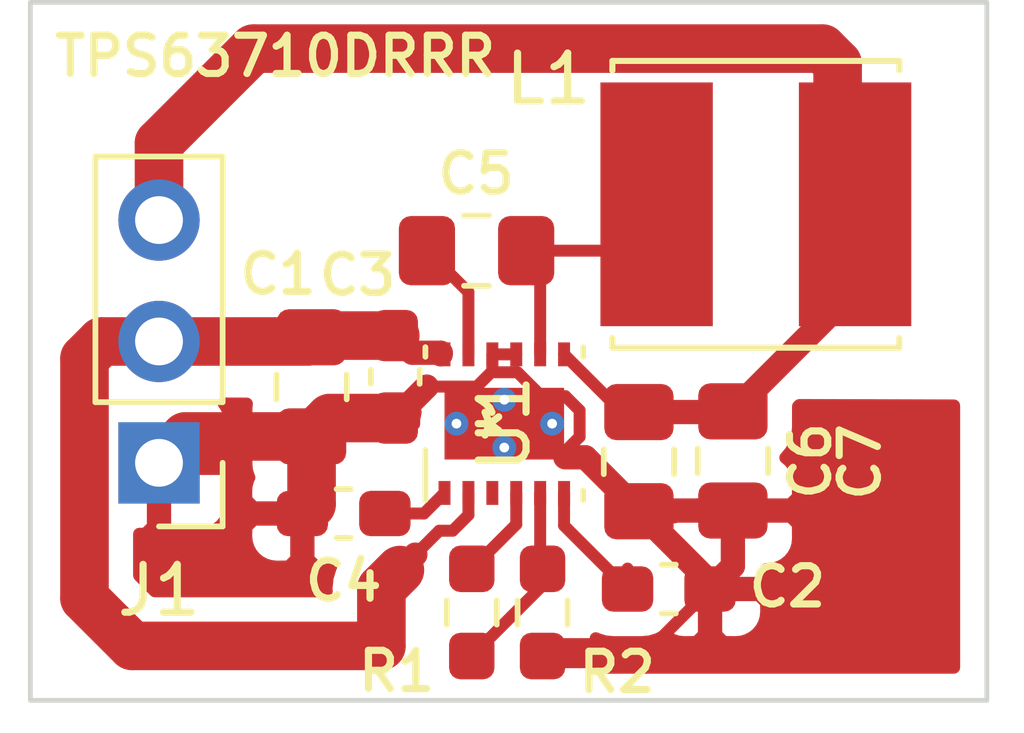
<source format=kicad_pcb>
(kicad_pcb (version 20171130) (host pcbnew "(5.1.6-0-10_14)")

  (general
    (thickness 1.6)
    (drawings 4)
    (tracks 83)
    (zones 0)
    (modules 12)
    (nets 11)
  )

  (page A4)
  (layers
    (0 F.Cu signal)
    (31 B.Cu signal)
    (32 B.Adhes user)
    (33 F.Adhes user)
    (34 B.Paste user)
    (35 F.Paste user)
    (36 B.SilkS user)
    (37 F.SilkS user)
    (38 B.Mask user)
    (39 F.Mask user)
    (40 Dwgs.User user)
    (41 Cmts.User user)
    (42 Eco1.User user)
    (43 Eco2.User user)
    (44 Edge.Cuts user)
    (45 Margin user)
    (46 B.CrtYd user)
    (47 F.CrtYd user)
    (48 B.Fab user)
    (49 F.Fab user hide)
  )

  (setup
    (last_trace_width 0.508)
    (user_trace_width 0.508)
    (user_trace_width 1.016)
    (trace_clearance 0.2)
    (zone_clearance 0.508)
    (zone_45_only no)
    (trace_min 0.2)
    (via_size 0.8)
    (via_drill 0.4)
    (via_min_size 0.4)
    (via_min_drill 0.3)
    (uvia_size 0.3)
    (uvia_drill 0.1)
    (uvias_allowed no)
    (uvia_min_size 0.2)
    (uvia_min_drill 0.1)
    (edge_width 0.1)
    (segment_width 0.2)
    (pcb_text_width 0.3)
    (pcb_text_size 1.5 1.5)
    (mod_edge_width 0.15)
    (mod_text_size 1 1)
    (mod_text_width 0.15)
    (pad_size 0.499999 0.499999)
    (pad_drill 0.2032)
    (pad_to_mask_clearance 0)
    (aux_axis_origin 0 0)
    (grid_origin 0.5 0.5)
    (visible_elements FFFFFF7F)
    (pcbplotparams
      (layerselection 0x010fc_ffffffff)
      (usegerberextensions true)
      (usegerberattributes false)
      (usegerberadvancedattributes true)
      (creategerberjobfile false)
      (excludeedgelayer true)
      (linewidth 0.100000)
      (plotframeref false)
      (viasonmask false)
      (mode 1)
      (useauxorigin false)
      (hpglpennumber 1)
      (hpglpenspeed 20)
      (hpglpendiameter 15.000000)
      (psnegative false)
      (psa4output false)
      (plotreference true)
      (plotvalue true)
      (plotinvisibletext false)
      (padsonsilk false)
      (subtractmaskfromsilk false)
      (outputformat 1)
      (mirror false)
      (drillshape 0)
      (scaleselection 1)
      (outputdirectory ""))
  )

  (net 0 "")
  (net 1 GND)
  (net 2 3V3)
  (net 3 "Net-(C2-Pad1)")
  (net 4 "Net-(C4-Pad1)")
  (net 5 "Net-(C5-Pad1)")
  (net 6 "Net-(C5-Pad2)")
  (net 7 -1V)
  (net 8 "Net-(R1-Pad1)")
  (net 9 "Net-(R1-Pad2)")
  (net 10 "Net-(U1-Pad3)")

  (net_class Default "This is the default net class."
    (clearance 0.2)
    (trace_width 0.25)
    (via_dia 0.8)
    (via_drill 0.4)
    (uvia_dia 0.3)
    (uvia_drill 0.1)
    (add_net -1V)
    (add_net 3V3)
    (add_net GND)
    (add_net "Net-(C2-Pad1)")
    (add_net "Net-(C4-Pad1)")
    (add_net "Net-(C5-Pad1)")
    (add_net "Net-(C5-Pad2)")
    (add_net "Net-(R1-Pad1)")
    (add_net "Net-(R1-Pad2)")
    (add_net "Net-(U1-Pad3)")
  )

  (module Capacitor_SMD:C_0805_2012Metric_Pad1.18x1.45mm_HandSolder (layer F.Cu) (tedit 5F68FEEF) (tstamp 61270667)
    (at 146.08 108.24 270)
    (descr "Capacitor SMD 0805 (2012 Metric), square (rectangular) end terminal, IPC_7351 nominal with elongated pad for handsoldering. (Body size source: IPC-SM-782 page 76, https://www.pcb-3d.com/wordpress/wp-content/uploads/ipc-sm-782a_amendment_1_and_2.pdf, https://docs.google.com/spreadsheets/d/1BsfQQcO9C6DZCsRaXUlFlo91Tg2WpOkGARC1WS5S8t0/edit?usp=sharing), generated with kicad-footprint-generator")
    (tags "capacitor handsolder")
    (path /6128C135)
    (attr smd)
    (fp_text reference C1 (at -2.36 0.7) (layer F.SilkS)
      (effects (font (size 0.8 0.8) (thickness 0.15)))
    )
    (fp_text value 22uF (at 0 1.68 90) (layer F.Fab)
      (effects (font (size 1 1) (thickness 0.15)))
    )
    (fp_line (start 1.88 0.98) (end -1.88 0.98) (layer F.CrtYd) (width 0.05))
    (fp_line (start 1.88 -0.98) (end 1.88 0.98) (layer F.CrtYd) (width 0.05))
    (fp_line (start -1.88 -0.98) (end 1.88 -0.98) (layer F.CrtYd) (width 0.05))
    (fp_line (start -1.88 0.98) (end -1.88 -0.98) (layer F.CrtYd) (width 0.05))
    (fp_line (start -0.261252 0.735) (end 0.261252 0.735) (layer F.SilkS) (width 0.12))
    (fp_line (start -0.261252 -0.735) (end 0.261252 -0.735) (layer F.SilkS) (width 0.12))
    (fp_line (start 1 0.625) (end -1 0.625) (layer F.Fab) (width 0.1))
    (fp_line (start 1 -0.625) (end 1 0.625) (layer F.Fab) (width 0.1))
    (fp_line (start -1 -0.625) (end 1 -0.625) (layer F.Fab) (width 0.1))
    (fp_line (start -1 0.625) (end -1 -0.625) (layer F.Fab) (width 0.1))
    (fp_text user %R (at 0 0 90) (layer F.Fab)
      (effects (font (size 0.5 0.5) (thickness 0.08)))
    )
    (pad 1 smd roundrect (at -1.0375 0 270) (size 1.175 1.45) (layers F.Cu F.Paste F.Mask) (roundrect_rratio 0.212766)
      (net 2 3V3))
    (pad 2 smd roundrect (at 1.0375 0 270) (size 1.175 1.45) (layers F.Cu F.Paste F.Mask) (roundrect_rratio 0.212766)
      (net 1 GND))
    (model ${KISYS3DMOD}/Capacitor_SMD.3dshapes/C_0805_2012Metric.wrl
      (at (xyz 0 0 0))
      (scale (xyz 1 1 1))
      (rotate (xyz 0 0 0))
    )
  )

  (module Capacitor_SMD:C_0603_1608Metric_Pad1.08x0.95mm_HandSolder (layer F.Cu) (tedit 5F68FEEF) (tstamp 612704CC)
    (at 153.55 112.47)
    (descr "Capacitor SMD 0603 (1608 Metric), square (rectangular) end terminal, IPC_7351 nominal with elongated pad for handsoldering. (Body size source: IPC-SM-782 page 76, https://www.pcb-3d.com/wordpress/wp-content/uploads/ipc-sm-782a_amendment_1_and_2.pdf), generated with kicad-footprint-generator")
    (tags "capacitor handsolder")
    (path /61281C9D)
    (attr smd)
    (fp_text reference C2 (at 2.48 -0.05) (layer F.SilkS)
      (effects (font (size 0.8 0.8) (thickness 0.15)))
    )
    (fp_text value 1uF (at 0 1.43) (layer F.Fab)
      (effects (font (size 1 1) (thickness 0.15)))
    )
    (fp_line (start -0.8 0.4) (end -0.8 -0.4) (layer F.Fab) (width 0.1))
    (fp_line (start -0.8 -0.4) (end 0.8 -0.4) (layer F.Fab) (width 0.1))
    (fp_line (start 0.8 -0.4) (end 0.8 0.4) (layer F.Fab) (width 0.1))
    (fp_line (start 0.8 0.4) (end -0.8 0.4) (layer F.Fab) (width 0.1))
    (fp_line (start -0.146267 -0.51) (end 0.146267 -0.51) (layer F.SilkS) (width 0.12))
    (fp_line (start -0.146267 0.51) (end 0.146267 0.51) (layer F.SilkS) (width 0.12))
    (fp_line (start -1.65 0.73) (end -1.65 -0.73) (layer F.CrtYd) (width 0.05))
    (fp_line (start -1.65 -0.73) (end 1.65 -0.73) (layer F.CrtYd) (width 0.05))
    (fp_line (start 1.65 -0.73) (end 1.65 0.73) (layer F.CrtYd) (width 0.05))
    (fp_line (start 1.65 0.73) (end -1.65 0.73) (layer F.CrtYd) (width 0.05))
    (fp_text user %R (at 0 0) (layer F.Fab)
      (effects (font (size 0.4 0.4) (thickness 0.06)))
    )
    (pad 2 smd roundrect (at 0.8625 0) (size 1.075 0.95) (layers F.Cu F.Paste F.Mask) (roundrect_rratio 0.25)
      (net 1 GND))
    (pad 1 smd roundrect (at -0.8625 0) (size 1.075 0.95) (layers F.Cu F.Paste F.Mask) (roundrect_rratio 0.25)
      (net 3 "Net-(C2-Pad1)"))
    (model ${KISYS3DMOD}/Capacitor_SMD.3dshapes/C_0603_1608Metric.wrl
      (at (xyz 0 0 0))
      (scale (xyz 1 1 1))
      (rotate (xyz 0 0 0))
    )
  )

  (module Capacitor_SMD:C_0603_1608Metric_Pad1.08x0.95mm_HandSolder (layer F.Cu) (tedit 5F68FEEF) (tstamp 61270FC4)
    (at 147.83 108.03 270)
    (descr "Capacitor SMD 0603 (1608 Metric), square (rectangular) end terminal, IPC_7351 nominal with elongated pad for handsoldering. (Body size source: IPC-SM-782 page 76, https://www.pcb-3d.com/wordpress/wp-content/uploads/ipc-sm-782a_amendment_1_and_2.pdf), generated with kicad-footprint-generator")
    (tags "capacitor handsolder")
    (path /612837E0)
    (attr smd)
    (fp_text reference C3 (at -2.13 0.79 180) (layer F.SilkS)
      (effects (font (size 0.8 0.8) (thickness 0.15)))
    )
    (fp_text value 2.2uF (at 0 1.43 90) (layer F.Fab)
      (effects (font (size 1 1) (thickness 0.15)))
    )
    (fp_line (start 1.65 0.73) (end -1.65 0.73) (layer F.CrtYd) (width 0.05))
    (fp_line (start 1.65 -0.73) (end 1.65 0.73) (layer F.CrtYd) (width 0.05))
    (fp_line (start -1.65 -0.73) (end 1.65 -0.73) (layer F.CrtYd) (width 0.05))
    (fp_line (start -1.65 0.73) (end -1.65 -0.73) (layer F.CrtYd) (width 0.05))
    (fp_line (start -0.146267 0.51) (end 0.146267 0.51) (layer F.SilkS) (width 0.12))
    (fp_line (start -0.146267 -0.51) (end 0.146267 -0.51) (layer F.SilkS) (width 0.12))
    (fp_line (start 0.8 0.4) (end -0.8 0.4) (layer F.Fab) (width 0.1))
    (fp_line (start 0.8 -0.4) (end 0.8 0.4) (layer F.Fab) (width 0.1))
    (fp_line (start -0.8 -0.4) (end 0.8 -0.4) (layer F.Fab) (width 0.1))
    (fp_line (start -0.8 0.4) (end -0.8 -0.4) (layer F.Fab) (width 0.1))
    (fp_text user %R (at 0 0 90) (layer F.Fab)
      (effects (font (size 0.4 0.4) (thickness 0.06)))
    )
    (pad 1 smd roundrect (at -0.8625 0 270) (size 1.075 0.95) (layers F.Cu F.Paste F.Mask) (roundrect_rratio 0.25)
      (net 2 3V3))
    (pad 2 smd roundrect (at 0.8625 0 270) (size 1.075 0.95) (layers F.Cu F.Paste F.Mask) (roundrect_rratio 0.25)
      (net 1 GND))
    (model ${KISYS3DMOD}/Capacitor_SMD.3dshapes/C_0603_1608Metric.wrl
      (at (xyz 0 0 0))
      (scale (xyz 1 1 1))
      (rotate (xyz 0 0 0))
    )
  )

  (module Capacitor_SMD:C_0603_1608Metric_Pad1.08x0.95mm_HandSolder (layer F.Cu) (tedit 5F68FEEF) (tstamp 61270637)
    (at 146.75 110.89 180)
    (descr "Capacitor SMD 0603 (1608 Metric), square (rectangular) end terminal, IPC_7351 nominal with elongated pad for handsoldering. (Body size source: IPC-SM-782 page 76, https://www.pcb-3d.com/wordpress/wp-content/uploads/ipc-sm-782a_amendment_1_and_2.pdf), generated with kicad-footprint-generator")
    (tags "capacitor handsolder")
    (path /6127F720)
    (attr smd)
    (fp_text reference C4 (at 0 -1.41) (layer F.SilkS)
      (effects (font (size 0.8 0.8) (thickness 0.15)))
    )
    (fp_text value 220nF (at 0 1.43) (layer F.Fab)
      (effects (font (size 1 1) (thickness 0.15)))
    )
    (fp_line (start 1.65 0.73) (end -1.65 0.73) (layer F.CrtYd) (width 0.05))
    (fp_line (start 1.65 -0.73) (end 1.65 0.73) (layer F.CrtYd) (width 0.05))
    (fp_line (start -1.65 -0.73) (end 1.65 -0.73) (layer F.CrtYd) (width 0.05))
    (fp_line (start -1.65 0.73) (end -1.65 -0.73) (layer F.CrtYd) (width 0.05))
    (fp_line (start -0.146267 0.51) (end 0.146267 0.51) (layer F.SilkS) (width 0.12))
    (fp_line (start -0.146267 -0.51) (end 0.146267 -0.51) (layer F.SilkS) (width 0.12))
    (fp_line (start 0.8 0.4) (end -0.8 0.4) (layer F.Fab) (width 0.1))
    (fp_line (start 0.8 -0.4) (end 0.8 0.4) (layer F.Fab) (width 0.1))
    (fp_line (start -0.8 -0.4) (end 0.8 -0.4) (layer F.Fab) (width 0.1))
    (fp_line (start -0.8 0.4) (end -0.8 -0.4) (layer F.Fab) (width 0.1))
    (fp_text user %R (at 0 0) (layer F.Fab)
      (effects (font (size 0.4 0.4) (thickness 0.06)))
    )
    (pad 1 smd roundrect (at -0.8625 0 180) (size 1.075 0.95) (layers F.Cu F.Paste F.Mask) (roundrect_rratio 0.25)
      (net 4 "Net-(C4-Pad1)"))
    (pad 2 smd roundrect (at 0.8625 0 180) (size 1.075 0.95) (layers F.Cu F.Paste F.Mask) (roundrect_rratio 0.25)
      (net 1 GND))
    (model ${KISYS3DMOD}/Capacitor_SMD.3dshapes/C_0603_1608Metric.wrl
      (at (xyz 0 0 0))
      (scale (xyz 1 1 1))
      (rotate (xyz 0 0 0))
    )
  )

  (module Capacitor_SMD:C_0805_2012Metric_Pad1.18x1.45mm_HandSolder (layer F.Cu) (tedit 5F68FEEF) (tstamp 61270607)
    (at 149.53 105.39)
    (descr "Capacitor SMD 0805 (2012 Metric), square (rectangular) end terminal, IPC_7351 nominal with elongated pad for handsoldering. (Body size source: IPC-SM-782 page 76, https://www.pcb-3d.com/wordpress/wp-content/uploads/ipc-sm-782a_amendment_1_and_2.pdf, https://docs.google.com/spreadsheets/d/1BsfQQcO9C6DZCsRaXUlFlo91Tg2WpOkGARC1WS5S8t0/edit?usp=sharing), generated with kicad-footprint-generator")
    (tags "capacitor handsolder")
    (path /61275351)
    (attr smd)
    (fp_text reference C5 (at -0.01 -1.61) (layer F.SilkS)
      (effects (font (size 0.8 0.8) (thickness 0.15)))
    )
    (fp_text value 10uF (at 0 1.68) (layer F.Fab)
      (effects (font (size 1 1) (thickness 0.15)))
    )
    (fp_line (start 1.88 0.98) (end -1.88 0.98) (layer F.CrtYd) (width 0.05))
    (fp_line (start 1.88 -0.98) (end 1.88 0.98) (layer F.CrtYd) (width 0.05))
    (fp_line (start -1.88 -0.98) (end 1.88 -0.98) (layer F.CrtYd) (width 0.05))
    (fp_line (start -1.88 0.98) (end -1.88 -0.98) (layer F.CrtYd) (width 0.05))
    (fp_line (start -0.261252 0.735) (end 0.261252 0.735) (layer F.SilkS) (width 0.12))
    (fp_line (start -0.261252 -0.735) (end 0.261252 -0.735) (layer F.SilkS) (width 0.12))
    (fp_line (start 1 0.625) (end -1 0.625) (layer F.Fab) (width 0.1))
    (fp_line (start 1 -0.625) (end 1 0.625) (layer F.Fab) (width 0.1))
    (fp_line (start -1 -0.625) (end 1 -0.625) (layer F.Fab) (width 0.1))
    (fp_line (start -1 0.625) (end -1 -0.625) (layer F.Fab) (width 0.1))
    (fp_text user %R (at 0 0) (layer F.Fab)
      (effects (font (size 0.5 0.5) (thickness 0.08)))
    )
    (pad 1 smd roundrect (at -1.0375 0) (size 1.175 1.45) (layers F.Cu F.Paste F.Mask) (roundrect_rratio 0.212766)
      (net 5 "Net-(C5-Pad1)"))
    (pad 2 smd roundrect (at 1.0375 0) (size 1.175 1.45) (layers F.Cu F.Paste F.Mask) (roundrect_rratio 0.212766)
      (net 6 "Net-(C5-Pad2)"))
    (model ${KISYS3DMOD}/Capacitor_SMD.3dshapes/C_0805_2012Metric.wrl
      (at (xyz 0 0 0))
      (scale (xyz 1 1 1))
      (rotate (xyz 0 0 0))
    )
  )

  (module Capacitor_SMD:C_0805_2012Metric_Pad1.18x1.45mm_HandSolder (layer F.Cu) (tedit 5F68FEEF) (tstamp 612705D7)
    (at 152.924999 109.805001 270)
    (descr "Capacitor SMD 0805 (2012 Metric), square (rectangular) end terminal, IPC_7351 nominal with elongated pad for handsoldering. (Body size source: IPC-SM-782 page 76, https://www.pcb-3d.com/wordpress/wp-content/uploads/ipc-sm-782a_amendment_1_and_2.pdf, https://docs.google.com/spreadsheets/d/1BsfQQcO9C6DZCsRaXUlFlo91Tg2WpOkGARC1WS5S8t0/edit?usp=sharing), generated with kicad-footprint-generator")
    (tags "capacitor handsolder")
    (path /6127817E)
    (attr smd)
    (fp_text reference C6 (at -0.015001 -3.585001 90) (layer F.SilkS)
      (effects (font (size 0.8 0.8) (thickness 0.15)))
    )
    (fp_text value 22uF (at 0 1.68 90) (layer F.Fab)
      (effects (font (size 1 1) (thickness 0.15)))
    )
    (fp_line (start -1 0.625) (end -1 -0.625) (layer F.Fab) (width 0.1))
    (fp_line (start -1 -0.625) (end 1 -0.625) (layer F.Fab) (width 0.1))
    (fp_line (start 1 -0.625) (end 1 0.625) (layer F.Fab) (width 0.1))
    (fp_line (start 1 0.625) (end -1 0.625) (layer F.Fab) (width 0.1))
    (fp_line (start -0.261252 -0.735) (end 0.261252 -0.735) (layer F.SilkS) (width 0.12))
    (fp_line (start -0.261252 0.735) (end 0.261252 0.735) (layer F.SilkS) (width 0.12))
    (fp_line (start -1.88 0.98) (end -1.88 -0.98) (layer F.CrtYd) (width 0.05))
    (fp_line (start -1.88 -0.98) (end 1.88 -0.98) (layer F.CrtYd) (width 0.05))
    (fp_line (start 1.88 -0.98) (end 1.88 0.98) (layer F.CrtYd) (width 0.05))
    (fp_line (start 1.88 0.98) (end -1.88 0.98) (layer F.CrtYd) (width 0.05))
    (fp_text user %R (at 0 0 90) (layer F.Fab)
      (effects (font (size 0.5 0.5) (thickness 0.08)))
    )
    (pad 2 smd roundrect (at 1.0375 0 270) (size 1.175 1.45) (layers F.Cu F.Paste F.Mask) (roundrect_rratio 0.212766)
      (net 1 GND))
    (pad 1 smd roundrect (at -1.0375 0 270) (size 1.175 1.45) (layers F.Cu F.Paste F.Mask) (roundrect_rratio 0.212766)
      (net 7 -1V))
    (model ${KISYS3DMOD}/Capacitor_SMD.3dshapes/C_0805_2012Metric.wrl
      (at (xyz 0 0 0))
      (scale (xyz 1 1 1))
      (rotate (xyz 0 0 0))
    )
  )

  (module Capacitor_SMD:C_0805_2012Metric_Pad1.18x1.45mm_HandSolder (layer F.Cu) (tedit 5F68FEEF) (tstamp 612705A7)
    (at 154.89 109.79 270)
    (descr "Capacitor SMD 0805 (2012 Metric), square (rectangular) end terminal, IPC_7351 nominal with elongated pad for handsoldering. (Body size source: IPC-SM-782 page 76, https://www.pcb-3d.com/wordpress/wp-content/uploads/ipc-sm-782a_amendment_1_and_2.pdf, https://docs.google.com/spreadsheets/d/1BsfQQcO9C6DZCsRaXUlFlo91Tg2WpOkGARC1WS5S8t0/edit?usp=sharing), generated with kicad-footprint-generator")
    (tags "capacitor handsolder")
    (path /612A06B2)
    (attr smd)
    (fp_text reference C7 (at 0.02 -2.66 90) (layer F.SilkS)
      (effects (font (size 0.8 0.8) (thickness 0.15)))
    )
    (fp_text value 22uF (at 0 1.68 90) (layer F.Fab)
      (effects (font (size 1 1) (thickness 0.15)))
    )
    (fp_line (start -1 0.625) (end -1 -0.625) (layer F.Fab) (width 0.1))
    (fp_line (start -1 -0.625) (end 1 -0.625) (layer F.Fab) (width 0.1))
    (fp_line (start 1 -0.625) (end 1 0.625) (layer F.Fab) (width 0.1))
    (fp_line (start 1 0.625) (end -1 0.625) (layer F.Fab) (width 0.1))
    (fp_line (start -0.261252 -0.735) (end 0.261252 -0.735) (layer F.SilkS) (width 0.12))
    (fp_line (start -0.261252 0.735) (end 0.261252 0.735) (layer F.SilkS) (width 0.12))
    (fp_line (start -1.88 0.98) (end -1.88 -0.98) (layer F.CrtYd) (width 0.05))
    (fp_line (start -1.88 -0.98) (end 1.88 -0.98) (layer F.CrtYd) (width 0.05))
    (fp_line (start 1.88 -0.98) (end 1.88 0.98) (layer F.CrtYd) (width 0.05))
    (fp_line (start 1.88 0.98) (end -1.88 0.98) (layer F.CrtYd) (width 0.05))
    (fp_text user %R (at 0 0 90) (layer F.Fab)
      (effects (font (size 0.5 0.5) (thickness 0.08)))
    )
    (pad 2 smd roundrect (at 1.0375 0 270) (size 1.175 1.45) (layers F.Cu F.Paste F.Mask) (roundrect_rratio 0.212766)
      (net 1 GND))
    (pad 1 smd roundrect (at -1.0375 0 270) (size 1.175 1.45) (layers F.Cu F.Paste F.Mask) (roundrect_rratio 0.212766)
      (net 7 -1V))
    (model ${KISYS3DMOD}/Capacitor_SMD.3dshapes/C_0805_2012Metric.wrl
      (at (xyz 0 0 0))
      (scale (xyz 1 1 1))
      (rotate (xyz 0 0 0))
    )
  )

  (module Pin_Headers:Pin_Header_Straight_1x03_Pitch2.54mm (layer F.Cu) (tedit 59650532) (tstamp 61270532)
    (at 142.89 109.83 180)
    (descr "Through hole straight pin header, 1x03, 2.54mm pitch, single row")
    (tags "Through hole pin header THT 1x03 2.54mm single row")
    (path /61271E03)
    (fp_text reference J1 (at 0 -2.67) (layer F.SilkS)
      (effects (font (size 1 1) (thickness 0.15)))
    )
    (fp_text value Conn_01x03_Female (at 0 7.41) (layer F.Fab)
      (effects (font (size 1 1) (thickness 0.15)))
    )
    (fp_line (start -0.635 -1.27) (end 1.27 -1.27) (layer F.Fab) (width 0.1))
    (fp_line (start 1.27 -1.27) (end 1.27 6.35) (layer F.Fab) (width 0.1))
    (fp_line (start 1.27 6.35) (end -1.27 6.35) (layer F.Fab) (width 0.1))
    (fp_line (start -1.27 6.35) (end -1.27 -0.635) (layer F.Fab) (width 0.1))
    (fp_line (start -1.27 -0.635) (end -0.635 -1.27) (layer F.Fab) (width 0.1))
    (fp_line (start -1.33 6.41) (end 1.33 6.41) (layer F.SilkS) (width 0.12))
    (fp_line (start -1.33 1.27) (end -1.33 6.41) (layer F.SilkS) (width 0.12))
    (fp_line (start 1.33 1.27) (end 1.33 6.41) (layer F.SilkS) (width 0.12))
    (fp_line (start -1.33 1.27) (end 1.33 1.27) (layer F.SilkS) (width 0.12))
    (fp_line (start -1.33 0) (end -1.33 -1.33) (layer F.SilkS) (width 0.12))
    (fp_line (start -1.33 -1.33) (end 0 -1.33) (layer F.SilkS) (width 0.12))
    (fp_line (start -1.8 -1.8) (end -1.8 6.85) (layer F.CrtYd) (width 0.05))
    (fp_line (start -1.8 6.85) (end 1.8 6.85) (layer F.CrtYd) (width 0.05))
    (fp_line (start 1.8 6.85) (end 1.8 -1.8) (layer F.CrtYd) (width 0.05))
    (fp_line (start 1.8 -1.8) (end -1.8 -1.8) (layer F.CrtYd) (width 0.05))
    (fp_text user %R (at 0 2.54 90) (layer F.Fab)
      (effects (font (size 1 1) (thickness 0.15)))
    )
    (pad 3 thru_hole oval (at 0 5.08 180) (size 1.7 1.7) (drill 1) (layers *.Cu *.Mask)
      (net 7 -1V))
    (pad 2 thru_hole oval (at 0 2.54 180) (size 1.7 1.7) (drill 1) (layers *.Cu *.Mask)
      (net 2 3V3))
    (pad 1 thru_hole rect (at 0 0 180) (size 1.7 1.7) (drill 1) (layers *.Cu *.Mask)
      (net 1 GND))
    (model ${KISYS3DMOD}/Pin_Headers.3dshapes/Pin_Header_Straight_1x03_Pitch2.54mm.wrl
      (at (xyz 0 0 0))
      (scale (xyz 1 1 1))
      (rotate (xyz 0 0 0))
    )
  )

  (module Ninja-qPCR:SRN6045TA-3R3Y (layer F.Cu) (tedit 60C2F330) (tstamp 61270F14)
    (at 155.37 104.42)
    (path /61276459)
    (fp_text reference L1 (at -4.34 -2.62) (layer F.SilkS)
      (effects (font (size 1 1) (thickness 0.15)))
    )
    (fp_text value 22uH (at 5.644 3.792) (layer F.Fab)
      (effects (font (size 0.8 0.8) (thickness 0.015)))
    )
    (fp_line (start 3.5 -3.25) (end 3.5 3.25) (layer F.CrtYd) (width 0.05))
    (fp_line (start -3.5 -3.25) (end 3.5 -3.25) (layer F.CrtYd) (width 0.05))
    (fp_line (start -3.5 3.25) (end -3.5 -3.25) (layer F.CrtYd) (width 0.05))
    (fp_line (start 3.5 3.25) (end -3.5 3.25) (layer F.CrtYd) (width 0.05))
    (fp_line (start 3 -3) (end 3 -2.8) (layer F.SilkS) (width 0.127))
    (fp_line (start -3 -3) (end 3 -3) (layer F.SilkS) (width 0.127))
    (fp_line (start -3 -2.8) (end -3 -3) (layer F.SilkS) (width 0.127))
    (fp_line (start 3 3) (end 3 2.8) (layer F.SilkS) (width 0.127))
    (fp_line (start -3 3) (end 3 3) (layer F.SilkS) (width 0.127))
    (fp_line (start -3 2.8) (end -3 3) (layer F.SilkS) (width 0.127))
    (fp_line (start 3 -3) (end 3 3) (layer F.Fab) (width 0.127))
    (fp_line (start -3 -3) (end 3 -3) (layer F.Fab) (width 0.127))
    (fp_line (start -3 3) (end -3 -3) (layer F.Fab) (width 0.127))
    (fp_line (start 3 3) (end -3 3) (layer F.Fab) (width 0.127))
    (pad 2 smd rect (at 2.075 0) (size 2.35 5.1) (layers F.Cu F.Paste F.Mask)
      (net 7 -1V))
    (pad 1 smd rect (at -2.075 0) (size 2.35 5.1) (layers F.Cu F.Paste F.Mask)
      (net 6 "Net-(C5-Pad2)"))
  )

  (module Resistor_SMD:R_0603_1608Metric_Pad0.98x0.95mm_HandSolder (layer F.Cu) (tedit 5F68FEEE) (tstamp 612D9F00)
    (at 149.43 112.96 270)
    (descr "Resistor SMD 0603 (1608 Metric), square (rectangular) end terminal, IPC_7351 nominal with elongated pad for handsoldering. (Body size source: IPC-SM-782 page 72, https://www.pcb-3d.com/wordpress/wp-content/uploads/ipc-sm-782a_amendment_1_and_2.pdf), generated with kicad-footprint-generator")
    (tags "resistor handsolder")
    (path /6127925E)
    (attr smd)
    (fp_text reference R1 (at 1.23 1.57 180) (layer F.SilkS)
      (effects (font (size 0.8 0.8) (thickness 0.15)))
    )
    (fp_text value 51.1k (at 0 1.43 90) (layer F.Fab)
      (effects (font (size 1 1) (thickness 0.15)))
    )
    (fp_line (start 1.65 0.73) (end -1.65 0.73) (layer F.CrtYd) (width 0.05))
    (fp_line (start 1.65 -0.73) (end 1.65 0.73) (layer F.CrtYd) (width 0.05))
    (fp_line (start -1.65 -0.73) (end 1.65 -0.73) (layer F.CrtYd) (width 0.05))
    (fp_line (start -1.65 0.73) (end -1.65 -0.73) (layer F.CrtYd) (width 0.05))
    (fp_line (start -0.254724 0.5225) (end 0.254724 0.5225) (layer F.SilkS) (width 0.12))
    (fp_line (start -0.254724 -0.5225) (end 0.254724 -0.5225) (layer F.SilkS) (width 0.12))
    (fp_line (start 0.8 0.4125) (end -0.8 0.4125) (layer F.Fab) (width 0.1))
    (fp_line (start 0.8 -0.4125) (end 0.8 0.4125) (layer F.Fab) (width 0.1))
    (fp_line (start -0.8 -0.4125) (end 0.8 -0.4125) (layer F.Fab) (width 0.1))
    (fp_line (start -0.8 0.4125) (end -0.8 -0.4125) (layer F.Fab) (width 0.1))
    (fp_text user %R (at 0 0 90) (layer F.Fab)
      (effects (font (size 0.4 0.4) (thickness 0.06)))
    )
    (pad 1 smd roundrect (at -0.9125 0 270) (size 0.975 0.95) (layers F.Cu F.Paste F.Mask) (roundrect_rratio 0.25)
      (net 8 "Net-(R1-Pad1)"))
    (pad 2 smd roundrect (at 0.9125 0 270) (size 0.975 0.95) (layers F.Cu F.Paste F.Mask) (roundrect_rratio 0.25)
      (net 9 "Net-(R1-Pad2)"))
    (model ${KISYS3DMOD}/Resistor_SMD.3dshapes/R_0603_1608Metric.wrl
      (at (xyz 0 0 0))
      (scale (xyz 1 1 1))
      (rotate (xyz 0 0 0))
    )
  )

  (module Resistor_SMD:R_0603_1608Metric_Pad0.98x0.95mm_HandSolder (layer F.Cu) (tedit 5F68FEEE) (tstamp 612D9ED0)
    (at 150.91 112.96 270)
    (descr "Resistor SMD 0603 (1608 Metric), square (rectangular) end terminal, IPC_7351 nominal with elongated pad for handsoldering. (Body size source: IPC-SM-782 page 72, https://www.pcb-3d.com/wordpress/wp-content/uploads/ipc-sm-782a_amendment_1_and_2.pdf), generated with kicad-footprint-generator")
    (tags "resistor handsolder")
    (path /61279E07)
    (attr smd)
    (fp_text reference R2 (at 1.25 -1.56 180) (layer F.SilkS)
      (effects (font (size 0.8 0.8) (thickness 0.15)))
    )
    (fp_text value 180k (at 0 1.43 90) (layer F.Fab)
      (effects (font (size 1 1) (thickness 0.15)))
    )
    (fp_line (start -0.8 0.4125) (end -0.8 -0.4125) (layer F.Fab) (width 0.1))
    (fp_line (start -0.8 -0.4125) (end 0.8 -0.4125) (layer F.Fab) (width 0.1))
    (fp_line (start 0.8 -0.4125) (end 0.8 0.4125) (layer F.Fab) (width 0.1))
    (fp_line (start 0.8 0.4125) (end -0.8 0.4125) (layer F.Fab) (width 0.1))
    (fp_line (start -0.254724 -0.5225) (end 0.254724 -0.5225) (layer F.SilkS) (width 0.12))
    (fp_line (start -0.254724 0.5225) (end 0.254724 0.5225) (layer F.SilkS) (width 0.12))
    (fp_line (start -1.65 0.73) (end -1.65 -0.73) (layer F.CrtYd) (width 0.05))
    (fp_line (start -1.65 -0.73) (end 1.65 -0.73) (layer F.CrtYd) (width 0.05))
    (fp_line (start 1.65 -0.73) (end 1.65 0.73) (layer F.CrtYd) (width 0.05))
    (fp_line (start 1.65 0.73) (end -1.65 0.73) (layer F.CrtYd) (width 0.05))
    (fp_text user %R (at 0 0 90) (layer F.Fab)
      (effects (font (size 0.4 0.4) (thickness 0.06)))
    )
    (pad 2 smd roundrect (at 0.9125 0 270) (size 0.975 0.95) (layers F.Cu F.Paste F.Mask) (roundrect_rratio 0.25)
      (net 1 GND))
    (pad 1 smd roundrect (at -0.9125 0 270) (size 0.975 0.95) (layers F.Cu F.Paste F.Mask) (roundrect_rratio 0.25)
      (net 9 "Net-(R1-Pad2)"))
    (model ${KISYS3DMOD}/Resistor_SMD.3dshapes/R_0603_1608Metric.wrl
      (at (xyz 0 0 0))
      (scale (xyz 1 1 1))
      (rotate (xyz 0 0 0))
    )
  )

  (module Ninja-qPCR:TPS63710DRRR (layer F.Cu) (tedit 612D9C43) (tstamp 612706DB)
    (at 150.11 109.01 90)
    (path /61268DE5)
    (fp_text reference U1 (at 0 0 90) (layer F.SilkS)
      (effects (font (size 1 1) (thickness 0.15)))
    )
    (fp_text value TPS63710DRRR (at 7.69 -4.79 180) (layer F.SilkS)
      (effects (font (size 0.8 0.8) (thickness 0.15)))
    )
    (fp_circle (center -1.124999 -1.1) (end -0.924999 -1.1) (layer F.Fab) (width 0.1))
    (fp_circle (center -1.124999 -1.1) (end -0.924999 -1.1) (layer F.Fab) (width 0.1))
    (fp_line (start 1.4 -1.649999) (end 1.599999 -1.649999) (layer F.SilkS) (width 0.12))
    (fp_line (start 1.4 1.649999) (end 1.599999 1.649999) (layer F.SilkS) (width 0.12))
    (fp_line (start -1.599999 1.649999) (end -1.4 1.649999) (layer F.SilkS) (width 0.12))
    (fp_line (start -1.599999 -1.649999) (end -0.549999 -1.649999) (layer F.SilkS) (width 0.12))
    (fp_line (start -1.549999 -1.549999) (end 1.549999 -1.549999) (layer F.Fab) (width 0.1))
    (fp_line (start -1.549999 1.549999) (end -1.549999 -1.549999) (layer F.Fab) (width 0.1))
    (fp_line (start 1.549999 1.549999) (end 1.549999 -1.549999) (layer F.Fab) (width 0.1))
    (fp_line (start -1.549999 1.549999) (end 1.549999 1.549999) (layer F.Fab) (width 0.1))
    (fp_text user .Designator (at -1.325001 0.299999 90) (layer F.Fab)
      (effects (font (size 1 1) (thickness 0.15)))
    )
    (fp_text user * (at 0 0 90) (layer F.Fab)
      (effects (font (size 1 1) (thickness 0.15)))
    )
    (fp_text user * (at 0 0 90) (layer F.SilkS)
      (effects (font (size 1 1) (thickness 0.15)))
    )
    (fp_text user "Copyright 2021 Accelerated Designs. All rights reserved." (at 0 0 90) (layer Cmts.User)
      (effects (font (size 0.127 0.127) (thickness 0.002)))
    )
    (pad V thru_hole circle (at -0.499999 0 90) (size 0.499999 0.499999) (drill 0.2032) (layers *.Cu *.Mask)
      (net 1 GND))
    (pad V thru_hole circle (at 0 1.000001 90) (size 0.499999 0.499999) (drill 0.2032) (layers *.Cu *.Mask)
      (net 1 GND))
    (pad V thru_hole circle (at 0.499999 0 90) (size 0.499999 0.499999) (drill 0.2032) (layers *.Cu *.Mask)
      (net 1 GND))
    (pad V thru_hole circle (at 0 -1.000001 90) (size 0.499999 0.499999) (drill 0.2032) (layers *.Cu *.Mask)
      (net 1 GND))
    (pad 13 smd rect (at 0 0 90) (size 1.5 2.5) (layers F.Cu F.Paste F.Mask)
      (net 1 GND))
    (pad 12 smd rect (at 1.45 -1.25 90) (size 0.499999 0.249999) (layers F.Cu F.Paste F.Mask)
      (net 2 3V3))
    (pad 11 smd rect (at 1.45 -0.750001 90) (size 0.499999 0.249999) (layers F.Cu F.Paste F.Mask)
      (net 5 "Net-(C5-Pad1)"))
    (pad 10 smd rect (at 1.45 -0.25 90) (size 0.499999 0.249999) (layers F.Cu F.Paste F.Mask)
      (net 1 GND))
    (pad 9 smd rect (at 1.45 0.25 90) (size 0.499999 0.249999) (layers F.Cu F.Paste F.Mask)
      (net 1 GND))
    (pad 8 smd rect (at 1.45 0.750001 90) (size 0.499999 0.249999) (layers F.Cu F.Paste F.Mask)
      (net 6 "Net-(C5-Pad2)"))
    (pad 7 smd rect (at 1.45 1.25 90) (size 0.499999 0.249999) (layers F.Cu F.Paste F.Mask)
      (net 7 -1V))
    (pad 6 smd rect (at -1.45 1.25 90) (size 0.499999 0.249999) (layers F.Cu F.Paste F.Mask)
      (net 3 "Net-(C2-Pad1)"))
    (pad 5 smd rect (at -1.45 0.750001 90) (size 0.499999 0.249999) (layers F.Cu F.Paste F.Mask)
      (net 9 "Net-(R1-Pad2)"))
    (pad 4 smd rect (at -1.45 0.25 90) (size 0.499999 0.249999) (layers F.Cu F.Paste F.Mask)
      (net 8 "Net-(R1-Pad1)"))
    (pad 3 smd rect (at -1.45 -0.25 90) (size 0.499999 0.249999) (layers F.Cu F.Paste F.Mask)
      (net 10 "Net-(U1-Pad3)"))
    (pad 2 smd rect (at -1.45 -0.750001 90) (size 0.499999 0.249999) (layers F.Cu F.Paste F.Mask)
      (net 2 3V3))
    (pad 1 smd rect (at -1.45 -1.25 90) (size 0.499999 0.249999) (layers F.Cu F.Paste F.Mask)
      (net 4 "Net-(C4-Pad1)"))
  )

  (gr_line (start 140.2 114.8) (end 140.2 100.195) (layer Edge.Cuts) (width 0.1) (tstamp 612709DA))
  (gr_line (start 160.2 114.8) (end 140.2 114.8) (layer Edge.Cuts) (width 0.1))
  (gr_line (start 160.2 100.195) (end 160.2 114.8) (layer Edge.Cuts) (width 0.1) (tstamp 61270E18))
  (gr_line (start 140.2 100.195) (end 160.2 100.195) (layer Edge.Cuts) (width 0.1))

  (segment (start 150.36 107.56) (end 149.86 107.56) (width 0.25) (layer F.Cu) (net 1))
  (segment (start 151.386002 109.585) (end 150.834 109.585) (width 0.25) (layer F.Cu) (net 1))
  (segment (start 150.834 109.585) (end 150.685 109.436) (width 0.25) (layer F.Cu) (net 1))
  (segment (start 151.386002 108.435) (end 151.685001 108.733999) (width 0.25) (layer F.Cu) (net 1))
  (segment (start 150.886 108.435) (end 151.386002 108.435) (width 0.25) (layer F.Cu) (net 1))
  (segment (start 149.535 108.234) (end 149.833999 107.935001) (width 0.25) (layer F.Cu) (net 1))
  (segment (start 150.386001 107.935001) (end 150.886 108.435) (width 0.25) (layer F.Cu) (net 1))
  (segment (start 149.833999 107.935001) (end 150.386001 107.935001) (width 0.25) (layer F.Cu) (net 1))
  (segment (start 151.685001 109.286001) (end 151.386002 109.585) (width 0.25) (layer F.Cu) (net 1))
  (segment (start 148.4885 108.234) (end 149.535 108.234) (width 0.25) (layer F.Cu) (net 1))
  (segment (start 151.685001 108.733999) (end 151.685001 109.286001) (width 0.25) (layer F.Cu) (net 1))
  (segment (start 149.86 107.909) (end 149.833999 107.935001) (width 0.25) (layer F.Cu) (net 1))
  (segment (start 149.86 107.56) (end 149.86 107.909) (width 0.25) (layer F.Cu) (net 1))
  (segment (start 148.4885 108.234) (end 147.83 108.8925) (width 0.508) (layer F.Cu) (net 1))
  (segment (start 146.465 108.8925) (end 146.08 109.2775) (width 1.016) (layer F.Cu) (net 1))
  (segment (start 147.83 108.8925) (end 146.465 108.8925) (width 1.016) (layer F.Cu) (net 1))
  (segment (start 143.4425 109.2775) (end 142.89 109.83) (width 1.016) (layer F.Cu) (net 1))
  (segment (start 146.08 109.2775) (end 143.4425 109.2775) (width 1.016) (layer F.Cu) (net 1))
  (segment (start 146.08 110.6975) (end 145.8875 110.89) (width 1.016) (layer F.Cu) (net 1))
  (segment (start 146.08 109.2775) (end 146.08 110.6975) (width 1.016) (layer F.Cu) (net 1))
  (segment (start 153.26 113.6225) (end 154.4125 112.47) (width 0.25) (layer F.Cu) (net 1))
  (segment (start 151.16 113.6225) (end 153.26 113.6225) (width 0.25) (layer F.Cu) (net 1))
  (segment (start 154.4125 112.330002) (end 152.924999 110.842501) (width 0.508) (layer F.Cu) (net 1))
  (segment (start 154.4125 112.47) (end 154.4125 112.330002) (width 0.508) (layer F.Cu) (net 1))
  (segment (start 154.89 111.9925) (end 154.4125 112.47) (width 0.508) (layer F.Cu) (net 1))
  (segment (start 154.89 110.8275) (end 154.89 111.9925) (width 0.508) (layer F.Cu) (net 1))
  (segment (start 152.94 110.8275) (end 152.924999 110.842501) (width 0.508) (layer F.Cu) (net 1))
  (segment (start 154.89 110.8275) (end 152.94 110.8275) (width 0.508) (layer F.Cu) (net 1))
  (segment (start 151.806201 109.714) (end 151.386002 109.714) (width 0.508) (layer F.Cu) (net 1))
  (segment (start 152.924999 110.832798) (end 151.806201 109.714) (width 0.508) (layer F.Cu) (net 1))
  (segment (start 152.924999 110.842501) (end 152.924999 110.832798) (width 0.508) (layer F.Cu) (net 1))
  (segment (start 145.9925 107.29) (end 146.08 107.2025) (width 1.016) (layer F.Cu) (net 2))
  (segment (start 142.89 107.29) (end 145.9925 107.29) (width 1.016) (layer F.Cu) (net 2))
  (segment (start 146.115 107.1675) (end 146.08 107.2025) (width 1.016) (layer F.Cu) (net 2))
  (segment (start 147.83 107.1675) (end 146.115 107.1675) (width 1.016) (layer F.Cu) (net 2))
  (segment (start 141.687919 107.29) (end 142.89 107.29) (width 1.016) (layer F.Cu) (net 2))
  (segment (start 141.331999 107.64592) (end 141.687919 107.29) (width 1.016) (layer F.Cu) (net 2))
  (segment (start 141.331999 112.661999) (end 141.331999 107.64592) (width 1.016) (layer F.Cu) (net 2))
  (segment (start 142.33 113.66) (end 141.331999 112.661999) (width 1.016) (layer F.Cu) (net 2))
  (segment (start 147.54 113.66) (end 142.33 113.66) (width 1.016) (layer F.Cu) (net 2))
  (segment (start 147.83 107.1675) (end 148.188491 107.525991) (width 0.508) (layer F.Cu) (net 2))
  (segment (start 148.780989 107.525991) (end 148.780989 107.56) (width 0.508) (layer F.Cu) (net 2))
  (segment (start 148.188491 107.525991) (end 148.780989 107.525991) (width 0.508) (layer F.Cu) (net 2))
  (segment (start 149.030002 111.25) (end 148.75 111.25) (width 0.25) (layer F.Cu) (net 2))
  (segment (start 149.359999 110.920003) (end 149.030002 111.25) (width 0.25) (layer F.Cu) (net 2))
  (segment (start 149.359999 110.46) (end 149.359999 110.920003) (width 0.25) (layer F.Cu) (net 2))
  (segment (start 148.75 111.25) (end 148.25 111.75) (width 0.25) (layer F.Cu) (net 2))
  (segment (start 147.54 112.46) (end 147.92699 112.07301) (width 1.016) (layer F.Cu) (net 2))
  (segment (start 147.54 113.66) (end 147.54 112.46) (width 1.016) (layer F.Cu) (net 2))
  (segment (start 148.25 111.75) (end 147.92699 112.07301) (width 0.508) (layer F.Cu) (net 2))
  (segment (start 151.36 110.46) (end 151.36 110.71449) (width 0.25) (layer F.Cu) (net 3))
  (segment (start 152.6875 112.04199) (end 152.6875 112.47) (width 0.25) (layer F.Cu) (net 3))
  (segment (start 151.36 111.1425) (end 152.6875 112.47) (width 0.25) (layer F.Cu) (net 3))
  (segment (start 151.36 110.46) (end 151.36 111.1425) (width 0.25) (layer F.Cu) (net 3))
  (segment (start 148.43 110.89) (end 148.86 110.46) (width 0.25) (layer F.Cu) (net 4))
  (segment (start 147.6125 110.89) (end 148.43 110.89) (width 0.25) (layer F.Cu) (net 4))
  (segment (start 149.359999 106.257499) (end 149.359999 107.56) (width 0.25) (layer F.Cu) (net 5))
  (segment (start 148.4925 105.39) (end 149.359999 106.257499) (width 0.25) (layer F.Cu) (net 5))
  (segment (start 150.860001 105.682501) (end 150.860001 107.56) (width 0.25) (layer F.Cu) (net 6))
  (segment (start 150.5675 105.39) (end 150.860001 105.682501) (width 0.25) (layer F.Cu) (net 6))
  (segment (start 152.325 105.39) (end 153.295 104.42) (width 0.25) (layer F.Cu) (net 6))
  (segment (start 150.5675 105.39) (end 152.325 105.39) (width 0.25) (layer F.Cu) (net 6))
  (segment (start 152.567501 108.767501) (end 151.36 107.56) (width 0.25) (layer F.Cu) (net 7))
  (segment (start 152.924999 108.767501) (end 152.567501 108.767501) (width 0.25) (layer F.Cu) (net 7))
  (segment (start 154.874999 108.767501) (end 154.89 108.7525) (width 0.508) (layer F.Cu) (net 7))
  (segment (start 152.924999 108.767501) (end 154.874999 108.767501) (width 0.508) (layer F.Cu) (net 7))
  (segment (start 157.445 106.1975) (end 157.445 104.42) (width 0.508) (layer F.Cu) (net 7))
  (segment (start 154.89 108.7525) (end 157.445 106.1975) (width 0.508) (layer F.Cu) (net 7))
  (segment (start 142.89 103.14) (end 142.89 104.75) (width 1.016) (layer F.Cu) (net 7))
  (segment (start 144.868001 101.161999) (end 142.89 103.14) (width 1.016) (layer F.Cu) (net 7))
  (segment (start 156.761999 101.161999) (end 144.868001 101.161999) (width 1.016) (layer F.Cu) (net 7))
  (segment (start 157.08 101.48) (end 156.761999 101.161999) (width 1.016) (layer F.Cu) (net 7))
  (segment (start 157.08 102.87) (end 157.08 101.48) (width 1.016) (layer F.Cu) (net 7))
  (segment (start 157.445 103.235) (end 157.08 102.87) (width 1.016) (layer F.Cu) (net 7))
  (segment (start 157.445 104.42) (end 157.445 103.235) (width 1.016) (layer F.Cu) (net 7))
  (segment (start 150.36 111.1175) (end 149.43 112.0475) (width 0.25) (layer F.Cu) (net 8))
  (segment (start 150.36 110.46) (end 150.36 111.1175) (width 0.25) (layer F.Cu) (net 8))
  (segment (start 150.91 112.0475) (end 150.91 112.1825) (width 0.25) (layer F.Cu) (net 9) (tstamp 612D9EBE))
  (segment (start 150.610001 111.747501) (end 150.91 112.0475) (width 0.25) (layer F.Cu) (net 9) (tstamp 612D9EBB))
  (segment (start 150.91 112.3925) (end 149.43 113.8725) (width 0.25) (layer F.Cu) (net 9) (tstamp 612D9EB8))
  (segment (start 150.91 112.0475) (end 150.91 112.3925) (width 0.25) (layer F.Cu) (net 9) (tstamp 612D9EB5))
  (segment (start 150.860001 111.997501) (end 150.91 112.0475) (width 0.25) (layer F.Cu) (net 9))
  (segment (start 150.860001 110.46) (end 150.860001 111.997501) (width 0.25) (layer F.Cu) (net 9))

  (zone (net 1) (net_name GND) (layer F.Cu) (tstamp 0) (hatch edge 0.508)
    (connect_pads (clearance 0.508))
    (min_thickness 0.254)
    (fill yes (arc_segments 32) (thermal_gap 0.508) (thermal_bridge_width 0.508))
    (polygon
      (pts
        (xy 161 115.4925) (xy 139.565 115.435) (xy 139.565 108.45) (xy 161 108.5075)
      )
    )
    (filled_polygon
      (pts
        (xy 159.515001 108.630517) (xy 159.515001 114.115) (xy 151.97675 114.115) (xy 151.86125 113.9995) (xy 151.037 113.9995)
        (xy 151.037 114.0195) (xy 150.783 114.0195) (xy 150.783 113.9995) (xy 150.763 113.9995) (xy 150.763 113.7455)
        (xy 150.783 113.7455) (xy 150.783 113.7255) (xy 151.037 113.7255) (xy 151.037 113.7455) (xy 151.86125 113.7455)
        (xy 152.02 113.58675) (xy 152.021324 113.499795) (xy 152.052433 113.516423) (xy 152.216684 113.566248) (xy 152.3875 113.583072)
        (xy 152.9875 113.583072) (xy 153.158316 113.566248) (xy 153.322567 113.516423) (xy 153.472606 113.436226) (xy 153.520506 113.475537)
        (xy 153.63082 113.534502) (xy 153.750518 113.570812) (xy 153.875 113.583072) (xy 154.12675 113.58) (xy 154.2855 113.42125)
        (xy 154.2855 112.597) (xy 154.5395 112.597) (xy 154.5395 113.42125) (xy 154.69825 113.58) (xy 154.95 113.583072)
        (xy 155.074482 113.570812) (xy 155.19418 113.534502) (xy 155.304494 113.475537) (xy 155.401185 113.396185) (xy 155.480537 113.299494)
        (xy 155.539502 113.18918) (xy 155.575812 113.069482) (xy 155.588072 112.945) (xy 155.585 112.75575) (xy 155.42625 112.597)
        (xy 154.5395 112.597) (xy 154.2855 112.597) (xy 154.2655 112.597) (xy 154.2655 112.343) (xy 154.2855 112.343)
        (xy 154.2855 112.323) (xy 154.5395 112.323) (xy 154.5395 112.343) (xy 155.42625 112.343) (xy 155.585 112.18425)
        (xy 155.587133 112.052877) (xy 155.615 112.053072) (xy 155.739482 112.040812) (xy 155.85918 112.004502) (xy 155.969494 111.945537)
        (xy 156.066185 111.866185) (xy 156.145537 111.769494) (xy 156.204502 111.65918) (xy 156.240812 111.539482) (xy 156.253072 111.415)
        (xy 156.25 111.11325) (xy 156.09125 110.9545) (xy 155.017 110.9545) (xy 155.017 110.9745) (xy 154.763 110.9745)
        (xy 154.763 110.9545) (xy 153.68875 110.9545) (xy 153.673749 110.969501) (xy 153.051999 110.969501) (xy 153.051999 110.989501)
        (xy 152.797999 110.989501) (xy 152.797999 110.969501) (xy 152.777999 110.969501) (xy 152.777999 110.715501) (xy 152.797999 110.715501)
        (xy 152.797999 110.695501) (xy 153.051999 110.695501) (xy 153.051999 110.715501) (xy 154.126249 110.715501) (xy 154.14125 110.7005)
        (xy 154.763 110.7005) (xy 154.763 110.6805) (xy 155.017 110.6805) (xy 155.017 110.7005) (xy 156.09125 110.7005)
        (xy 156.25 110.54175) (xy 156.253072 110.24) (xy 156.240812 110.115518) (xy 156.204502 109.99582) (xy 156.145537 109.885506)
        (xy 156.066185 109.788815) (xy 155.986406 109.723342) (xy 155.992962 109.717962) (xy 156.103405 109.583386) (xy 156.185472 109.42985)
        (xy 156.236008 109.263254) (xy 156.253072 109.09) (xy 156.253072 108.646663) (xy 156.277901 108.621834)
      )
    )
    (filled_polygon
      (pts
        (xy 144.726693 108.590848) (xy 144.716928 108.69) (xy 144.72 108.99175) (xy 144.87875 109.1505) (xy 145.953 109.1505)
        (xy 145.953 109.1305) (xy 146.207 109.1305) (xy 146.207 109.1505) (xy 146.227 109.1505) (xy 146.227 109.4045)
        (xy 146.207 109.4045) (xy 146.207 109.4245) (xy 145.953 109.4245) (xy 145.953 109.4045) (xy 144.87875 109.4045)
        (xy 144.72 109.56325) (xy 144.716928 109.865) (xy 144.729188 109.989482) (xy 144.765498 110.10918) (xy 144.779472 110.135323)
        (xy 144.760498 110.17082) (xy 144.724188 110.290518) (xy 144.711928 110.415) (xy 144.715 110.60425) (xy 144.87375 110.763)
        (xy 145.7605 110.763) (xy 145.7605 110.743) (xy 146.0145 110.743) (xy 146.0145 110.763) (xy 146.0345 110.763)
        (xy 146.0345 111.017) (xy 146.0145 111.017) (xy 146.0145 111.84125) (xy 146.17325 112) (xy 146.425 112.003072)
        (xy 146.491712 111.996502) (xy 146.478897 112.020477) (xy 146.413539 112.235933) (xy 146.397 112.403854) (xy 146.397 112.403861)
        (xy 146.391471 112.46) (xy 146.397 112.516139) (xy 146.397 112.517) (xy 142.803446 112.517) (xy 142.474999 112.188554)
        (xy 142.474999 111.365) (xy 144.711928 111.365) (xy 144.724188 111.489482) (xy 144.760498 111.60918) (xy 144.819463 111.719494)
        (xy 144.898815 111.816185) (xy 144.995506 111.895537) (xy 145.10582 111.954502) (xy 145.225518 111.990812) (xy 145.35 112.003072)
        (xy 145.60175 112) (xy 145.7605 111.84125) (xy 145.7605 111.017) (xy 144.87375 111.017) (xy 144.715 111.17575)
        (xy 144.711928 111.365) (xy 142.474999 111.365) (xy 142.474999 111.315704) (xy 142.60425 111.315) (xy 142.763 111.15625)
        (xy 142.763 109.957) (xy 143.017 109.957) (xy 143.017 111.15625) (xy 143.17575 111.315) (xy 143.74 111.318072)
        (xy 143.864482 111.305812) (xy 143.98418 111.269502) (xy 144.094494 111.210537) (xy 144.191185 111.131185) (xy 144.270537 111.034494)
        (xy 144.329502 110.92418) (xy 144.365812 110.804482) (xy 144.378072 110.68) (xy 144.375 110.11575) (xy 144.21625 109.957)
        (xy 143.017 109.957) (xy 142.763 109.957) (xy 142.743 109.957) (xy 142.743 109.703) (xy 142.763 109.703)
        (xy 142.763 109.683) (xy 143.017 109.683) (xy 143.017 109.703) (xy 144.21625 109.703) (xy 144.375 109.54425)
        (xy 144.378072 108.98) (xy 144.365812 108.855518) (xy 144.329502 108.73582) (xy 144.270537 108.625506) (xy 144.241024 108.589545)
      )
    )
    (filled_polygon
      (pts
        (xy 147.957 108.7655) (xy 148.256196 108.7655) (xy 148.232986 108.882998) (xy 148.225 108.882998) (xy 148.225 108.923425)
        (xy 148.224887 108.923997) (xy 148.225 109.01) (xy 148.225 109.0195) (xy 147.957 109.0195) (xy 147.957 109.0395)
        (xy 147.703 109.0395) (xy 147.703 109.0195) (xy 147.683 109.0195) (xy 147.683 108.7655) (xy 147.703 108.7655)
        (xy 147.703 108.7455) (xy 147.957 108.7455)
      )
    )
  )
)

</source>
